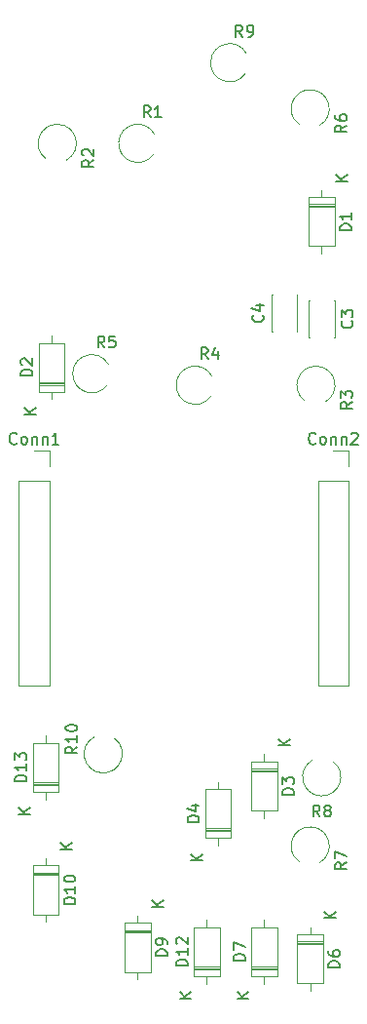
<source format=gbr>
%TF.GenerationSoftware,KiCad,Pcbnew,(5.1.6)-1*%
%TF.CreationDate,2021-08-09T18:11:52+02:00*%
%TF.ProjectId,4ch_Sampler_main,3463685f-5361-46d7-906c-65725f6d6169,rev?*%
%TF.SameCoordinates,Original*%
%TF.FileFunction,Legend,Top*%
%TF.FilePolarity,Positive*%
%FSLAX46Y46*%
G04 Gerber Fmt 4.6, Leading zero omitted, Abs format (unit mm)*
G04 Created by KiCad (PCBNEW (5.1.6)-1) date 2021-08-09 18:11:52*
%MOMM*%
%LPD*%
G01*
G04 APERTURE LIST*
%ADD10C,0.120000*%
%ADD11C,0.150000*%
G04 APERTURE END LIST*
D10*
%TO.C,Conn2*%
X127670000Y-82270000D02*
X130330000Y-82270000D01*
X127670000Y-82270000D02*
X127670000Y-100110000D01*
X127670000Y-100110000D02*
X130330000Y-100110000D01*
X130330000Y-82270000D02*
X130330000Y-100110000D01*
X130330000Y-79670000D02*
X130330000Y-81000000D01*
X129000000Y-79670000D02*
X130330000Y-79670000D01*
%TO.C,Conn1*%
X101670000Y-82270000D02*
X104330000Y-82270000D01*
X101670000Y-82270000D02*
X101670000Y-100110000D01*
X101670000Y-100110000D02*
X104330000Y-100110000D01*
X104330000Y-82270000D02*
X104330000Y-100110000D01*
X104330000Y-79670000D02*
X104330000Y-81000000D01*
X103000000Y-79670000D02*
X104330000Y-79670000D01*
%TO.C,R10*%
X109971380Y-104655225D02*
G75*
G02*
X108200000Y-104546728I-971380J-1344775D01*
G01*
%TO.C,R9*%
X121344775Y-46971380D02*
G75*
G02*
X121453272Y-45200000I-1344775J971380D01*
G01*
%TO.C,R8*%
X128971380Y-106655225D02*
G75*
G02*
X127200000Y-106546728I-971380J-1344775D01*
G01*
%TO.C,R7*%
X126028620Y-115344775D02*
G75*
G02*
X127800000Y-115453272I971380J1344775D01*
G01*
%TO.C,R6*%
X126028620Y-51344775D02*
G75*
G02*
X127800000Y-51453272I971380J1344775D01*
G01*
%TO.C,R5*%
X109344775Y-73971380D02*
G75*
G02*
X109453272Y-72200000I-1344775J971380D01*
G01*
%TO.C,R4*%
X118344775Y-74971380D02*
G75*
G02*
X118453272Y-73200000I-1344775J971380D01*
G01*
%TO.C,R3*%
X126528620Y-75344775D02*
G75*
G02*
X128300000Y-75453272I971380J1344775D01*
G01*
%TO.C,R2*%
X104028620Y-54344775D02*
G75*
G02*
X105800000Y-54453272I971380J1344775D01*
G01*
%TO.C,R1*%
X113344775Y-53971380D02*
G75*
G02*
X113453272Y-52200000I-1344775J971380D01*
G01*
%TO.C,D13*%
X102880000Y-109310000D02*
X105120000Y-109310000D01*
X105120000Y-109310000D02*
X105120000Y-105070000D01*
X105120000Y-105070000D02*
X102880000Y-105070000D01*
X102880000Y-105070000D02*
X102880000Y-109310000D01*
X104000000Y-109960000D02*
X104000000Y-109310000D01*
X104000000Y-104420000D02*
X104000000Y-105070000D01*
X102880000Y-108590000D02*
X105120000Y-108590000D01*
X102880000Y-108470000D02*
X105120000Y-108470000D01*
X102880000Y-108710000D02*
X105120000Y-108710000D01*
%TO.C,D12*%
X116880000Y-125310000D02*
X119120000Y-125310000D01*
X119120000Y-125310000D02*
X119120000Y-121070000D01*
X119120000Y-121070000D02*
X116880000Y-121070000D01*
X116880000Y-121070000D02*
X116880000Y-125310000D01*
X118000000Y-125960000D02*
X118000000Y-125310000D01*
X118000000Y-120420000D02*
X118000000Y-121070000D01*
X116880000Y-124590000D02*
X119120000Y-124590000D01*
X116880000Y-124470000D02*
X119120000Y-124470000D01*
X116880000Y-124710000D02*
X119120000Y-124710000D01*
%TO.C,D10*%
X105120000Y-115690000D02*
X102880000Y-115690000D01*
X102880000Y-115690000D02*
X102880000Y-119930000D01*
X102880000Y-119930000D02*
X105120000Y-119930000D01*
X105120000Y-119930000D02*
X105120000Y-115690000D01*
X104000000Y-115040000D02*
X104000000Y-115690000D01*
X104000000Y-120580000D02*
X104000000Y-119930000D01*
X105120000Y-116410000D02*
X102880000Y-116410000D01*
X105120000Y-116530000D02*
X102880000Y-116530000D01*
X105120000Y-116290000D02*
X102880000Y-116290000D01*
%TO.C,D9*%
X113120000Y-120690000D02*
X110880000Y-120690000D01*
X110880000Y-120690000D02*
X110880000Y-124930000D01*
X110880000Y-124930000D02*
X113120000Y-124930000D01*
X113120000Y-124930000D02*
X113120000Y-120690000D01*
X112000000Y-120040000D02*
X112000000Y-120690000D01*
X112000000Y-125580000D02*
X112000000Y-124930000D01*
X113120000Y-121410000D02*
X110880000Y-121410000D01*
X113120000Y-121530000D02*
X110880000Y-121530000D01*
X113120000Y-121290000D02*
X110880000Y-121290000D01*
%TO.C,D7*%
X121880000Y-125310000D02*
X124120000Y-125310000D01*
X124120000Y-125310000D02*
X124120000Y-121070000D01*
X124120000Y-121070000D02*
X121880000Y-121070000D01*
X121880000Y-121070000D02*
X121880000Y-125310000D01*
X123000000Y-125960000D02*
X123000000Y-125310000D01*
X123000000Y-120420000D02*
X123000000Y-121070000D01*
X121880000Y-124590000D02*
X124120000Y-124590000D01*
X121880000Y-124470000D02*
X124120000Y-124470000D01*
X121880000Y-124710000D02*
X124120000Y-124710000D01*
%TO.C,D6*%
X128120000Y-121690000D02*
X125880000Y-121690000D01*
X125880000Y-121690000D02*
X125880000Y-125930000D01*
X125880000Y-125930000D02*
X128120000Y-125930000D01*
X128120000Y-125930000D02*
X128120000Y-121690000D01*
X127000000Y-121040000D02*
X127000000Y-121690000D01*
X127000000Y-126580000D02*
X127000000Y-125930000D01*
X128120000Y-122410000D02*
X125880000Y-122410000D01*
X128120000Y-122530000D02*
X125880000Y-122530000D01*
X128120000Y-122290000D02*
X125880000Y-122290000D01*
%TO.C,D4*%
X117880000Y-113310000D02*
X120120000Y-113310000D01*
X120120000Y-113310000D02*
X120120000Y-109070000D01*
X120120000Y-109070000D02*
X117880000Y-109070000D01*
X117880000Y-109070000D02*
X117880000Y-113310000D01*
X119000000Y-113960000D02*
X119000000Y-113310000D01*
X119000000Y-108420000D02*
X119000000Y-109070000D01*
X117880000Y-112590000D02*
X120120000Y-112590000D01*
X117880000Y-112470000D02*
X120120000Y-112470000D01*
X117880000Y-112710000D02*
X120120000Y-112710000D01*
%TO.C,D3*%
X124120000Y-106690000D02*
X121880000Y-106690000D01*
X121880000Y-106690000D02*
X121880000Y-110930000D01*
X121880000Y-110930000D02*
X124120000Y-110930000D01*
X124120000Y-110930000D02*
X124120000Y-106690000D01*
X123000000Y-106040000D02*
X123000000Y-106690000D01*
X123000000Y-111580000D02*
X123000000Y-110930000D01*
X124120000Y-107410000D02*
X121880000Y-107410000D01*
X124120000Y-107530000D02*
X121880000Y-107530000D01*
X124120000Y-107290000D02*
X121880000Y-107290000D01*
%TO.C,D2*%
X103380000Y-74560000D02*
X105620000Y-74560000D01*
X105620000Y-74560000D02*
X105620000Y-70320000D01*
X105620000Y-70320000D02*
X103380000Y-70320000D01*
X103380000Y-70320000D02*
X103380000Y-74560000D01*
X104500000Y-75210000D02*
X104500000Y-74560000D01*
X104500000Y-69670000D02*
X104500000Y-70320000D01*
X103380000Y-73840000D02*
X105620000Y-73840000D01*
X103380000Y-73720000D02*
X105620000Y-73720000D01*
X103380000Y-73960000D02*
X105620000Y-73960000D01*
%TO.C,D1*%
X129120000Y-57690000D02*
X126880000Y-57690000D01*
X126880000Y-57690000D02*
X126880000Y-61930000D01*
X126880000Y-61930000D02*
X129120000Y-61930000D01*
X129120000Y-61930000D02*
X129120000Y-57690000D01*
X128000000Y-57040000D02*
X128000000Y-57690000D01*
X128000000Y-62580000D02*
X128000000Y-61930000D01*
X129120000Y-58410000D02*
X126880000Y-58410000D01*
X129120000Y-58530000D02*
X126880000Y-58530000D01*
X129120000Y-58290000D02*
X126880000Y-58290000D01*
%TO.C,C4*%
X123630000Y-69370000D02*
X123630000Y-66130000D01*
X125870000Y-69370000D02*
X125870000Y-66130000D01*
X123630000Y-69370000D02*
X123695000Y-69370000D01*
X125805000Y-69370000D02*
X125870000Y-69370000D01*
X123630000Y-66130000D02*
X123695000Y-66130000D01*
X125805000Y-66130000D02*
X125870000Y-66130000D01*
%TO.C,C3*%
X129120000Y-66630000D02*
X129120000Y-69870000D01*
X126880000Y-66630000D02*
X126880000Y-69870000D01*
X129120000Y-66630000D02*
X129055000Y-66630000D01*
X126945000Y-66630000D02*
X126880000Y-66630000D01*
X129120000Y-69870000D02*
X129055000Y-69870000D01*
X126945000Y-69870000D02*
X126880000Y-69870000D01*
%TO.C,Conn2*%
D11*
X127476190Y-79027142D02*
X127428571Y-79074761D01*
X127285714Y-79122380D01*
X127190476Y-79122380D01*
X127047619Y-79074761D01*
X126952380Y-78979523D01*
X126904761Y-78884285D01*
X126857142Y-78693809D01*
X126857142Y-78550952D01*
X126904761Y-78360476D01*
X126952380Y-78265238D01*
X127047619Y-78170000D01*
X127190476Y-78122380D01*
X127285714Y-78122380D01*
X127428571Y-78170000D01*
X127476190Y-78217619D01*
X128047619Y-79122380D02*
X127952380Y-79074761D01*
X127904761Y-79027142D01*
X127857142Y-78931904D01*
X127857142Y-78646190D01*
X127904761Y-78550952D01*
X127952380Y-78503333D01*
X128047619Y-78455714D01*
X128190476Y-78455714D01*
X128285714Y-78503333D01*
X128333333Y-78550952D01*
X128380952Y-78646190D01*
X128380952Y-78931904D01*
X128333333Y-79027142D01*
X128285714Y-79074761D01*
X128190476Y-79122380D01*
X128047619Y-79122380D01*
X128809523Y-78455714D02*
X128809523Y-79122380D01*
X128809523Y-78550952D02*
X128857142Y-78503333D01*
X128952380Y-78455714D01*
X129095238Y-78455714D01*
X129190476Y-78503333D01*
X129238095Y-78598571D01*
X129238095Y-79122380D01*
X129714285Y-78455714D02*
X129714285Y-79122380D01*
X129714285Y-78550952D02*
X129761904Y-78503333D01*
X129857142Y-78455714D01*
X130000000Y-78455714D01*
X130095238Y-78503333D01*
X130142857Y-78598571D01*
X130142857Y-79122380D01*
X130571428Y-78217619D02*
X130619047Y-78170000D01*
X130714285Y-78122380D01*
X130952380Y-78122380D01*
X131047619Y-78170000D01*
X131095238Y-78217619D01*
X131142857Y-78312857D01*
X131142857Y-78408095D01*
X131095238Y-78550952D01*
X130523809Y-79122380D01*
X131142857Y-79122380D01*
%TO.C,Conn1*%
X101476190Y-79027142D02*
X101428571Y-79074761D01*
X101285714Y-79122380D01*
X101190476Y-79122380D01*
X101047619Y-79074761D01*
X100952380Y-78979523D01*
X100904761Y-78884285D01*
X100857142Y-78693809D01*
X100857142Y-78550952D01*
X100904761Y-78360476D01*
X100952380Y-78265238D01*
X101047619Y-78170000D01*
X101190476Y-78122380D01*
X101285714Y-78122380D01*
X101428571Y-78170000D01*
X101476190Y-78217619D01*
X102047619Y-79122380D02*
X101952380Y-79074761D01*
X101904761Y-79027142D01*
X101857142Y-78931904D01*
X101857142Y-78646190D01*
X101904761Y-78550952D01*
X101952380Y-78503333D01*
X102047619Y-78455714D01*
X102190476Y-78455714D01*
X102285714Y-78503333D01*
X102333333Y-78550952D01*
X102380952Y-78646190D01*
X102380952Y-78931904D01*
X102333333Y-79027142D01*
X102285714Y-79074761D01*
X102190476Y-79122380D01*
X102047619Y-79122380D01*
X102809523Y-78455714D02*
X102809523Y-79122380D01*
X102809523Y-78550952D02*
X102857142Y-78503333D01*
X102952380Y-78455714D01*
X103095238Y-78455714D01*
X103190476Y-78503333D01*
X103238095Y-78598571D01*
X103238095Y-79122380D01*
X103714285Y-78455714D02*
X103714285Y-79122380D01*
X103714285Y-78550952D02*
X103761904Y-78503333D01*
X103857142Y-78455714D01*
X104000000Y-78455714D01*
X104095238Y-78503333D01*
X104142857Y-78598571D01*
X104142857Y-79122380D01*
X105142857Y-79122380D02*
X104571428Y-79122380D01*
X104857142Y-79122380D02*
X104857142Y-78122380D01*
X104761904Y-78265238D01*
X104666666Y-78360476D01*
X104571428Y-78408095D01*
%TO.C,R10*%
X106732380Y-105372857D02*
X106256190Y-105706190D01*
X106732380Y-105944285D02*
X105732380Y-105944285D01*
X105732380Y-105563333D01*
X105780000Y-105468095D01*
X105827619Y-105420476D01*
X105922857Y-105372857D01*
X106065714Y-105372857D01*
X106160952Y-105420476D01*
X106208571Y-105468095D01*
X106256190Y-105563333D01*
X106256190Y-105944285D01*
X106732380Y-104420476D02*
X106732380Y-104991904D01*
X106732380Y-104706190D02*
X105732380Y-104706190D01*
X105875238Y-104801428D01*
X105970476Y-104896666D01*
X106018095Y-104991904D01*
X105732380Y-103801428D02*
X105732380Y-103706190D01*
X105780000Y-103610952D01*
X105827619Y-103563333D01*
X105922857Y-103515714D01*
X106113333Y-103468095D01*
X106351428Y-103468095D01*
X106541904Y-103515714D01*
X106637142Y-103563333D01*
X106684761Y-103610952D01*
X106732380Y-103706190D01*
X106732380Y-103801428D01*
X106684761Y-103896666D01*
X106637142Y-103944285D01*
X106541904Y-103991904D01*
X106351428Y-104039523D01*
X106113333Y-104039523D01*
X105922857Y-103991904D01*
X105827619Y-103944285D01*
X105780000Y-103896666D01*
X105732380Y-103801428D01*
%TO.C,R9*%
X121103333Y-43732380D02*
X120770000Y-43256190D01*
X120531904Y-43732380D02*
X120531904Y-42732380D01*
X120912857Y-42732380D01*
X121008095Y-42780000D01*
X121055714Y-42827619D01*
X121103333Y-42922857D01*
X121103333Y-43065714D01*
X121055714Y-43160952D01*
X121008095Y-43208571D01*
X120912857Y-43256190D01*
X120531904Y-43256190D01*
X121579523Y-43732380D02*
X121770000Y-43732380D01*
X121865238Y-43684761D01*
X121912857Y-43637142D01*
X122008095Y-43494285D01*
X122055714Y-43303809D01*
X122055714Y-42922857D01*
X122008095Y-42827619D01*
X121960476Y-42780000D01*
X121865238Y-42732380D01*
X121674761Y-42732380D01*
X121579523Y-42780000D01*
X121531904Y-42827619D01*
X121484285Y-42922857D01*
X121484285Y-43160952D01*
X121531904Y-43256190D01*
X121579523Y-43303809D01*
X121674761Y-43351428D01*
X121865238Y-43351428D01*
X121960476Y-43303809D01*
X122008095Y-43256190D01*
X122055714Y-43160952D01*
%TO.C,R8*%
X127833333Y-111452380D02*
X127500000Y-110976190D01*
X127261904Y-111452380D02*
X127261904Y-110452380D01*
X127642857Y-110452380D01*
X127738095Y-110500000D01*
X127785714Y-110547619D01*
X127833333Y-110642857D01*
X127833333Y-110785714D01*
X127785714Y-110880952D01*
X127738095Y-110928571D01*
X127642857Y-110976190D01*
X127261904Y-110976190D01*
X128404761Y-110880952D02*
X128309523Y-110833333D01*
X128261904Y-110785714D01*
X128214285Y-110690476D01*
X128214285Y-110642857D01*
X128261904Y-110547619D01*
X128309523Y-110500000D01*
X128404761Y-110452380D01*
X128595238Y-110452380D01*
X128690476Y-110500000D01*
X128738095Y-110547619D01*
X128785714Y-110642857D01*
X128785714Y-110690476D01*
X128738095Y-110785714D01*
X128690476Y-110833333D01*
X128595238Y-110880952D01*
X128404761Y-110880952D01*
X128309523Y-110928571D01*
X128261904Y-110976190D01*
X128214285Y-111071428D01*
X128214285Y-111261904D01*
X128261904Y-111357142D01*
X128309523Y-111404761D01*
X128404761Y-111452380D01*
X128595238Y-111452380D01*
X128690476Y-111404761D01*
X128738095Y-111357142D01*
X128785714Y-111261904D01*
X128785714Y-111071428D01*
X128738095Y-110976190D01*
X128690476Y-110928571D01*
X128595238Y-110880952D01*
%TO.C,R7*%
X130172380Y-115436666D02*
X129696190Y-115770000D01*
X130172380Y-116008095D02*
X129172380Y-116008095D01*
X129172380Y-115627142D01*
X129220000Y-115531904D01*
X129267619Y-115484285D01*
X129362857Y-115436666D01*
X129505714Y-115436666D01*
X129600952Y-115484285D01*
X129648571Y-115531904D01*
X129696190Y-115627142D01*
X129696190Y-116008095D01*
X129172380Y-115103333D02*
X129172380Y-114436666D01*
X130172380Y-114865238D01*
%TO.C,R6*%
X130172380Y-51436666D02*
X129696190Y-51770000D01*
X130172380Y-52008095D02*
X129172380Y-52008095D01*
X129172380Y-51627142D01*
X129220000Y-51531904D01*
X129267619Y-51484285D01*
X129362857Y-51436666D01*
X129505714Y-51436666D01*
X129600952Y-51484285D01*
X129648571Y-51531904D01*
X129696190Y-51627142D01*
X129696190Y-52008095D01*
X129172380Y-50579523D02*
X129172380Y-50770000D01*
X129220000Y-50865238D01*
X129267619Y-50912857D01*
X129410476Y-51008095D01*
X129600952Y-51055714D01*
X129981904Y-51055714D01*
X130077142Y-51008095D01*
X130124761Y-50960476D01*
X130172380Y-50865238D01*
X130172380Y-50674761D01*
X130124761Y-50579523D01*
X130077142Y-50531904D01*
X129981904Y-50484285D01*
X129743809Y-50484285D01*
X129648571Y-50531904D01*
X129600952Y-50579523D01*
X129553333Y-50674761D01*
X129553333Y-50865238D01*
X129600952Y-50960476D01*
X129648571Y-51008095D01*
X129743809Y-51055714D01*
%TO.C,R5*%
X109103333Y-70732380D02*
X108770000Y-70256190D01*
X108531904Y-70732380D02*
X108531904Y-69732380D01*
X108912857Y-69732380D01*
X109008095Y-69780000D01*
X109055714Y-69827619D01*
X109103333Y-69922857D01*
X109103333Y-70065714D01*
X109055714Y-70160952D01*
X109008095Y-70208571D01*
X108912857Y-70256190D01*
X108531904Y-70256190D01*
X110008095Y-69732380D02*
X109531904Y-69732380D01*
X109484285Y-70208571D01*
X109531904Y-70160952D01*
X109627142Y-70113333D01*
X109865238Y-70113333D01*
X109960476Y-70160952D01*
X110008095Y-70208571D01*
X110055714Y-70303809D01*
X110055714Y-70541904D01*
X110008095Y-70637142D01*
X109960476Y-70684761D01*
X109865238Y-70732380D01*
X109627142Y-70732380D01*
X109531904Y-70684761D01*
X109484285Y-70637142D01*
%TO.C,R4*%
X118103333Y-71732380D02*
X117770000Y-71256190D01*
X117531904Y-71732380D02*
X117531904Y-70732380D01*
X117912857Y-70732380D01*
X118008095Y-70780000D01*
X118055714Y-70827619D01*
X118103333Y-70922857D01*
X118103333Y-71065714D01*
X118055714Y-71160952D01*
X118008095Y-71208571D01*
X117912857Y-71256190D01*
X117531904Y-71256190D01*
X118960476Y-71065714D02*
X118960476Y-71732380D01*
X118722380Y-70684761D02*
X118484285Y-71399047D01*
X119103333Y-71399047D01*
%TO.C,R3*%
X130672380Y-75436666D02*
X130196190Y-75770000D01*
X130672380Y-76008095D02*
X129672380Y-76008095D01*
X129672380Y-75627142D01*
X129720000Y-75531904D01*
X129767619Y-75484285D01*
X129862857Y-75436666D01*
X130005714Y-75436666D01*
X130100952Y-75484285D01*
X130148571Y-75531904D01*
X130196190Y-75627142D01*
X130196190Y-76008095D01*
X129672380Y-75103333D02*
X129672380Y-74484285D01*
X130053333Y-74817619D01*
X130053333Y-74674761D01*
X130100952Y-74579523D01*
X130148571Y-74531904D01*
X130243809Y-74484285D01*
X130481904Y-74484285D01*
X130577142Y-74531904D01*
X130624761Y-74579523D01*
X130672380Y-74674761D01*
X130672380Y-74960476D01*
X130624761Y-75055714D01*
X130577142Y-75103333D01*
%TO.C,R2*%
X108172380Y-54436666D02*
X107696190Y-54770000D01*
X108172380Y-55008095D02*
X107172380Y-55008095D01*
X107172380Y-54627142D01*
X107220000Y-54531904D01*
X107267619Y-54484285D01*
X107362857Y-54436666D01*
X107505714Y-54436666D01*
X107600952Y-54484285D01*
X107648571Y-54531904D01*
X107696190Y-54627142D01*
X107696190Y-55008095D01*
X107267619Y-54055714D02*
X107220000Y-54008095D01*
X107172380Y-53912857D01*
X107172380Y-53674761D01*
X107220000Y-53579523D01*
X107267619Y-53531904D01*
X107362857Y-53484285D01*
X107458095Y-53484285D01*
X107600952Y-53531904D01*
X108172380Y-54103333D01*
X108172380Y-53484285D01*
%TO.C,R1*%
X113103333Y-50732380D02*
X112770000Y-50256190D01*
X112531904Y-50732380D02*
X112531904Y-49732380D01*
X112912857Y-49732380D01*
X113008095Y-49780000D01*
X113055714Y-49827619D01*
X113103333Y-49922857D01*
X113103333Y-50065714D01*
X113055714Y-50160952D01*
X113008095Y-50208571D01*
X112912857Y-50256190D01*
X112531904Y-50256190D01*
X114055714Y-50732380D02*
X113484285Y-50732380D01*
X113770000Y-50732380D02*
X113770000Y-49732380D01*
X113674761Y-49875238D01*
X113579523Y-49970476D01*
X113484285Y-50018095D01*
%TO.C,D13*%
X102332380Y-108404285D02*
X101332380Y-108404285D01*
X101332380Y-108166190D01*
X101380000Y-108023333D01*
X101475238Y-107928095D01*
X101570476Y-107880476D01*
X101760952Y-107832857D01*
X101903809Y-107832857D01*
X102094285Y-107880476D01*
X102189523Y-107928095D01*
X102284761Y-108023333D01*
X102332380Y-108166190D01*
X102332380Y-108404285D01*
X102332380Y-106880476D02*
X102332380Y-107451904D01*
X102332380Y-107166190D02*
X101332380Y-107166190D01*
X101475238Y-107261428D01*
X101570476Y-107356666D01*
X101618095Y-107451904D01*
X101332380Y-106547142D02*
X101332380Y-105928095D01*
X101713333Y-106261428D01*
X101713333Y-106118571D01*
X101760952Y-106023333D01*
X101808571Y-105975714D01*
X101903809Y-105928095D01*
X102141904Y-105928095D01*
X102237142Y-105975714D01*
X102284761Y-106023333D01*
X102332380Y-106118571D01*
X102332380Y-106404285D01*
X102284761Y-106499523D01*
X102237142Y-106547142D01*
X102652380Y-111261904D02*
X101652380Y-111261904D01*
X102652380Y-110690476D02*
X102080952Y-111119047D01*
X101652380Y-110690476D02*
X102223809Y-111261904D01*
%TO.C,D12*%
X116332380Y-124404285D02*
X115332380Y-124404285D01*
X115332380Y-124166190D01*
X115380000Y-124023333D01*
X115475238Y-123928095D01*
X115570476Y-123880476D01*
X115760952Y-123832857D01*
X115903809Y-123832857D01*
X116094285Y-123880476D01*
X116189523Y-123928095D01*
X116284761Y-124023333D01*
X116332380Y-124166190D01*
X116332380Y-124404285D01*
X116332380Y-122880476D02*
X116332380Y-123451904D01*
X116332380Y-123166190D02*
X115332380Y-123166190D01*
X115475238Y-123261428D01*
X115570476Y-123356666D01*
X115618095Y-123451904D01*
X115427619Y-122499523D02*
X115380000Y-122451904D01*
X115332380Y-122356666D01*
X115332380Y-122118571D01*
X115380000Y-122023333D01*
X115427619Y-121975714D01*
X115522857Y-121928095D01*
X115618095Y-121928095D01*
X115760952Y-121975714D01*
X116332380Y-122547142D01*
X116332380Y-121928095D01*
X116652380Y-127261904D02*
X115652380Y-127261904D01*
X116652380Y-126690476D02*
X116080952Y-127119047D01*
X115652380Y-126690476D02*
X116223809Y-127261904D01*
%TO.C,D10*%
X106572380Y-119024285D02*
X105572380Y-119024285D01*
X105572380Y-118786190D01*
X105620000Y-118643333D01*
X105715238Y-118548095D01*
X105810476Y-118500476D01*
X106000952Y-118452857D01*
X106143809Y-118452857D01*
X106334285Y-118500476D01*
X106429523Y-118548095D01*
X106524761Y-118643333D01*
X106572380Y-118786190D01*
X106572380Y-119024285D01*
X106572380Y-117500476D02*
X106572380Y-118071904D01*
X106572380Y-117786190D02*
X105572380Y-117786190D01*
X105715238Y-117881428D01*
X105810476Y-117976666D01*
X105858095Y-118071904D01*
X105572380Y-116881428D02*
X105572380Y-116786190D01*
X105620000Y-116690952D01*
X105667619Y-116643333D01*
X105762857Y-116595714D01*
X105953333Y-116548095D01*
X106191428Y-116548095D01*
X106381904Y-116595714D01*
X106477142Y-116643333D01*
X106524761Y-116690952D01*
X106572380Y-116786190D01*
X106572380Y-116881428D01*
X106524761Y-116976666D01*
X106477142Y-117024285D01*
X106381904Y-117071904D01*
X106191428Y-117119523D01*
X105953333Y-117119523D01*
X105762857Y-117071904D01*
X105667619Y-117024285D01*
X105620000Y-116976666D01*
X105572380Y-116881428D01*
X106252380Y-114261904D02*
X105252380Y-114261904D01*
X106252380Y-113690476D02*
X105680952Y-114119047D01*
X105252380Y-113690476D02*
X105823809Y-114261904D01*
%TO.C,D9*%
X114572380Y-123548095D02*
X113572380Y-123548095D01*
X113572380Y-123310000D01*
X113620000Y-123167142D01*
X113715238Y-123071904D01*
X113810476Y-123024285D01*
X114000952Y-122976666D01*
X114143809Y-122976666D01*
X114334285Y-123024285D01*
X114429523Y-123071904D01*
X114524761Y-123167142D01*
X114572380Y-123310000D01*
X114572380Y-123548095D01*
X114572380Y-122500476D02*
X114572380Y-122310000D01*
X114524761Y-122214761D01*
X114477142Y-122167142D01*
X114334285Y-122071904D01*
X114143809Y-122024285D01*
X113762857Y-122024285D01*
X113667619Y-122071904D01*
X113620000Y-122119523D01*
X113572380Y-122214761D01*
X113572380Y-122405238D01*
X113620000Y-122500476D01*
X113667619Y-122548095D01*
X113762857Y-122595714D01*
X114000952Y-122595714D01*
X114096190Y-122548095D01*
X114143809Y-122500476D01*
X114191428Y-122405238D01*
X114191428Y-122214761D01*
X114143809Y-122119523D01*
X114096190Y-122071904D01*
X114000952Y-122024285D01*
X114252380Y-119261904D02*
X113252380Y-119261904D01*
X114252380Y-118690476D02*
X113680952Y-119119047D01*
X113252380Y-118690476D02*
X113823809Y-119261904D01*
%TO.C,D7*%
X121332380Y-123928095D02*
X120332380Y-123928095D01*
X120332380Y-123690000D01*
X120380000Y-123547142D01*
X120475238Y-123451904D01*
X120570476Y-123404285D01*
X120760952Y-123356666D01*
X120903809Y-123356666D01*
X121094285Y-123404285D01*
X121189523Y-123451904D01*
X121284761Y-123547142D01*
X121332380Y-123690000D01*
X121332380Y-123928095D01*
X120332380Y-123023333D02*
X120332380Y-122356666D01*
X121332380Y-122785238D01*
X121652380Y-127261904D02*
X120652380Y-127261904D01*
X121652380Y-126690476D02*
X121080952Y-127119047D01*
X120652380Y-126690476D02*
X121223809Y-127261904D01*
%TO.C,D6*%
X129572380Y-124548095D02*
X128572380Y-124548095D01*
X128572380Y-124310000D01*
X128620000Y-124167142D01*
X128715238Y-124071904D01*
X128810476Y-124024285D01*
X129000952Y-123976666D01*
X129143809Y-123976666D01*
X129334285Y-124024285D01*
X129429523Y-124071904D01*
X129524761Y-124167142D01*
X129572380Y-124310000D01*
X129572380Y-124548095D01*
X128572380Y-123119523D02*
X128572380Y-123310000D01*
X128620000Y-123405238D01*
X128667619Y-123452857D01*
X128810476Y-123548095D01*
X129000952Y-123595714D01*
X129381904Y-123595714D01*
X129477142Y-123548095D01*
X129524761Y-123500476D01*
X129572380Y-123405238D01*
X129572380Y-123214761D01*
X129524761Y-123119523D01*
X129477142Y-123071904D01*
X129381904Y-123024285D01*
X129143809Y-123024285D01*
X129048571Y-123071904D01*
X129000952Y-123119523D01*
X128953333Y-123214761D01*
X128953333Y-123405238D01*
X129000952Y-123500476D01*
X129048571Y-123548095D01*
X129143809Y-123595714D01*
X129252380Y-120261904D02*
X128252380Y-120261904D01*
X129252380Y-119690476D02*
X128680952Y-120119047D01*
X128252380Y-119690476D02*
X128823809Y-120261904D01*
%TO.C,D4*%
X117332380Y-111928095D02*
X116332380Y-111928095D01*
X116332380Y-111690000D01*
X116380000Y-111547142D01*
X116475238Y-111451904D01*
X116570476Y-111404285D01*
X116760952Y-111356666D01*
X116903809Y-111356666D01*
X117094285Y-111404285D01*
X117189523Y-111451904D01*
X117284761Y-111547142D01*
X117332380Y-111690000D01*
X117332380Y-111928095D01*
X116665714Y-110499523D02*
X117332380Y-110499523D01*
X116284761Y-110737619D02*
X116999047Y-110975714D01*
X116999047Y-110356666D01*
X117652380Y-115261904D02*
X116652380Y-115261904D01*
X117652380Y-114690476D02*
X117080952Y-115119047D01*
X116652380Y-114690476D02*
X117223809Y-115261904D01*
%TO.C,D3*%
X125572380Y-109548095D02*
X124572380Y-109548095D01*
X124572380Y-109310000D01*
X124620000Y-109167142D01*
X124715238Y-109071904D01*
X124810476Y-109024285D01*
X125000952Y-108976666D01*
X125143809Y-108976666D01*
X125334285Y-109024285D01*
X125429523Y-109071904D01*
X125524761Y-109167142D01*
X125572380Y-109310000D01*
X125572380Y-109548095D01*
X124572380Y-108643333D02*
X124572380Y-108024285D01*
X124953333Y-108357619D01*
X124953333Y-108214761D01*
X125000952Y-108119523D01*
X125048571Y-108071904D01*
X125143809Y-108024285D01*
X125381904Y-108024285D01*
X125477142Y-108071904D01*
X125524761Y-108119523D01*
X125572380Y-108214761D01*
X125572380Y-108500476D01*
X125524761Y-108595714D01*
X125477142Y-108643333D01*
X125252380Y-105261904D02*
X124252380Y-105261904D01*
X125252380Y-104690476D02*
X124680952Y-105119047D01*
X124252380Y-104690476D02*
X124823809Y-105261904D01*
%TO.C,D2*%
X102832380Y-73178095D02*
X101832380Y-73178095D01*
X101832380Y-72940000D01*
X101880000Y-72797142D01*
X101975238Y-72701904D01*
X102070476Y-72654285D01*
X102260952Y-72606666D01*
X102403809Y-72606666D01*
X102594285Y-72654285D01*
X102689523Y-72701904D01*
X102784761Y-72797142D01*
X102832380Y-72940000D01*
X102832380Y-73178095D01*
X101927619Y-72225714D02*
X101880000Y-72178095D01*
X101832380Y-72082857D01*
X101832380Y-71844761D01*
X101880000Y-71749523D01*
X101927619Y-71701904D01*
X102022857Y-71654285D01*
X102118095Y-71654285D01*
X102260952Y-71701904D01*
X102832380Y-72273333D01*
X102832380Y-71654285D01*
X103152380Y-76511904D02*
X102152380Y-76511904D01*
X103152380Y-75940476D02*
X102580952Y-76369047D01*
X102152380Y-75940476D02*
X102723809Y-76511904D01*
%TO.C,D1*%
X130572380Y-60548095D02*
X129572380Y-60548095D01*
X129572380Y-60310000D01*
X129620000Y-60167142D01*
X129715238Y-60071904D01*
X129810476Y-60024285D01*
X130000952Y-59976666D01*
X130143809Y-59976666D01*
X130334285Y-60024285D01*
X130429523Y-60071904D01*
X130524761Y-60167142D01*
X130572380Y-60310000D01*
X130572380Y-60548095D01*
X130572380Y-59024285D02*
X130572380Y-59595714D01*
X130572380Y-59310000D02*
X129572380Y-59310000D01*
X129715238Y-59405238D01*
X129810476Y-59500476D01*
X129858095Y-59595714D01*
X130252380Y-56261904D02*
X129252380Y-56261904D01*
X130252380Y-55690476D02*
X129680952Y-56119047D01*
X129252380Y-55690476D02*
X129823809Y-56261904D01*
%TO.C,C4*%
X122857142Y-67916666D02*
X122904761Y-67964285D01*
X122952380Y-68107142D01*
X122952380Y-68202380D01*
X122904761Y-68345238D01*
X122809523Y-68440476D01*
X122714285Y-68488095D01*
X122523809Y-68535714D01*
X122380952Y-68535714D01*
X122190476Y-68488095D01*
X122095238Y-68440476D01*
X122000000Y-68345238D01*
X121952380Y-68202380D01*
X121952380Y-68107142D01*
X122000000Y-67964285D01*
X122047619Y-67916666D01*
X122285714Y-67059523D02*
X122952380Y-67059523D01*
X121904761Y-67297619D02*
X122619047Y-67535714D01*
X122619047Y-66916666D01*
%TO.C,C3*%
X130607142Y-68416666D02*
X130654761Y-68464285D01*
X130702380Y-68607142D01*
X130702380Y-68702380D01*
X130654761Y-68845238D01*
X130559523Y-68940476D01*
X130464285Y-68988095D01*
X130273809Y-69035714D01*
X130130952Y-69035714D01*
X129940476Y-68988095D01*
X129845238Y-68940476D01*
X129750000Y-68845238D01*
X129702380Y-68702380D01*
X129702380Y-68607142D01*
X129750000Y-68464285D01*
X129797619Y-68416666D01*
X129702380Y-68083333D02*
X129702380Y-67464285D01*
X130083333Y-67797619D01*
X130083333Y-67654761D01*
X130130952Y-67559523D01*
X130178571Y-67511904D01*
X130273809Y-67464285D01*
X130511904Y-67464285D01*
X130607142Y-67511904D01*
X130654761Y-67559523D01*
X130702380Y-67654761D01*
X130702380Y-67940476D01*
X130654761Y-68035714D01*
X130607142Y-68083333D01*
%TD*%
M02*

</source>
